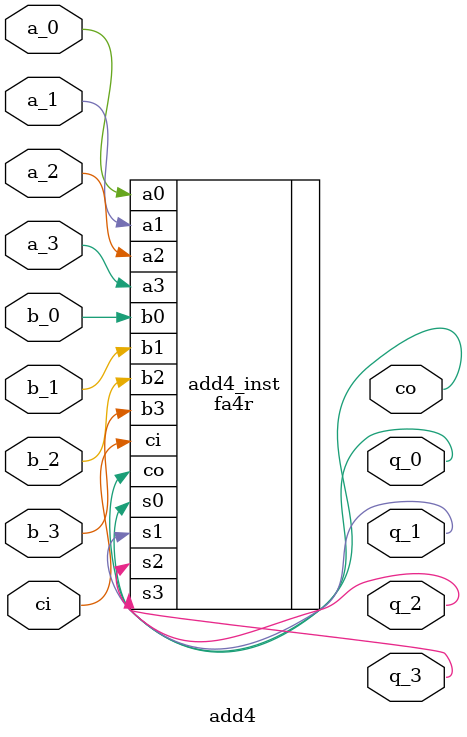
<source format=v>
/* verilator lint_off LITENDIAN */
//`include "defs.v"

module add4
(
	output q_0,
	output q_1,
	output q_2,
	output q_3,
	output co,
	input a_0,
	input a_1,
	input a_2,
	input a_3,
	input b_0,
	input b_1,
	input b_2,
	input b_3,
	input ci
);

// DUPLO.NET (47) - add4 : fa4r
fa4r add4_inst
(
	.s0 /* OUT */ (q_0),
	.s1 /* OUT */ (q_1),
	.s2 /* OUT */ (q_2),
	.s3 /* OUT */ (q_3),
	.co /* OUT */ (co),
	.ci /* IN */ (ci),
	.a0 /* IN */ (a_0),
	.b0 /* IN */ (b_0),
	.a1 /* IN */ (a_1),
	.b1 /* IN */ (b_1),
	.a2 /* IN */ (a_2),
	.b2 /* IN */ (b_2),
	.a3 /* IN */ (a_3),
	.b3 /* IN */ (b_3)
);
endmodule
/* verilator lint_on LITENDIAN */

</source>
